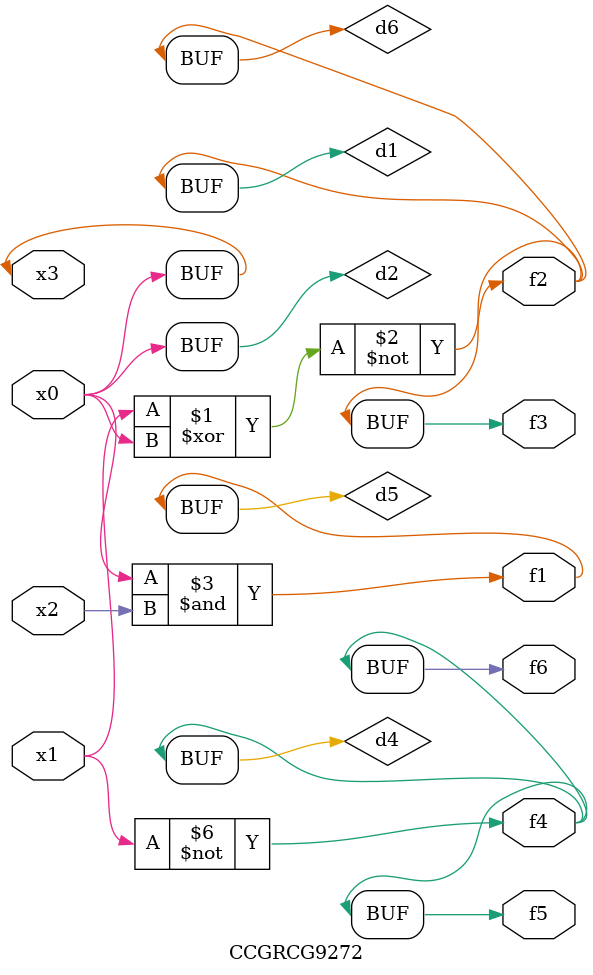
<source format=v>
module CCGRCG9272(
	input x0, x1, x2, x3,
	output f1, f2, f3, f4, f5, f6
);

	wire d1, d2, d3, d4, d5, d6;

	xnor (d1, x1, x3);
	buf (d2, x0, x3);
	nand (d3, x0, x2);
	not (d4, x1);
	nand (d5, d3);
	or (d6, d1);
	assign f1 = d5;
	assign f2 = d6;
	assign f3 = d6;
	assign f4 = d4;
	assign f5 = d4;
	assign f6 = d4;
endmodule

</source>
